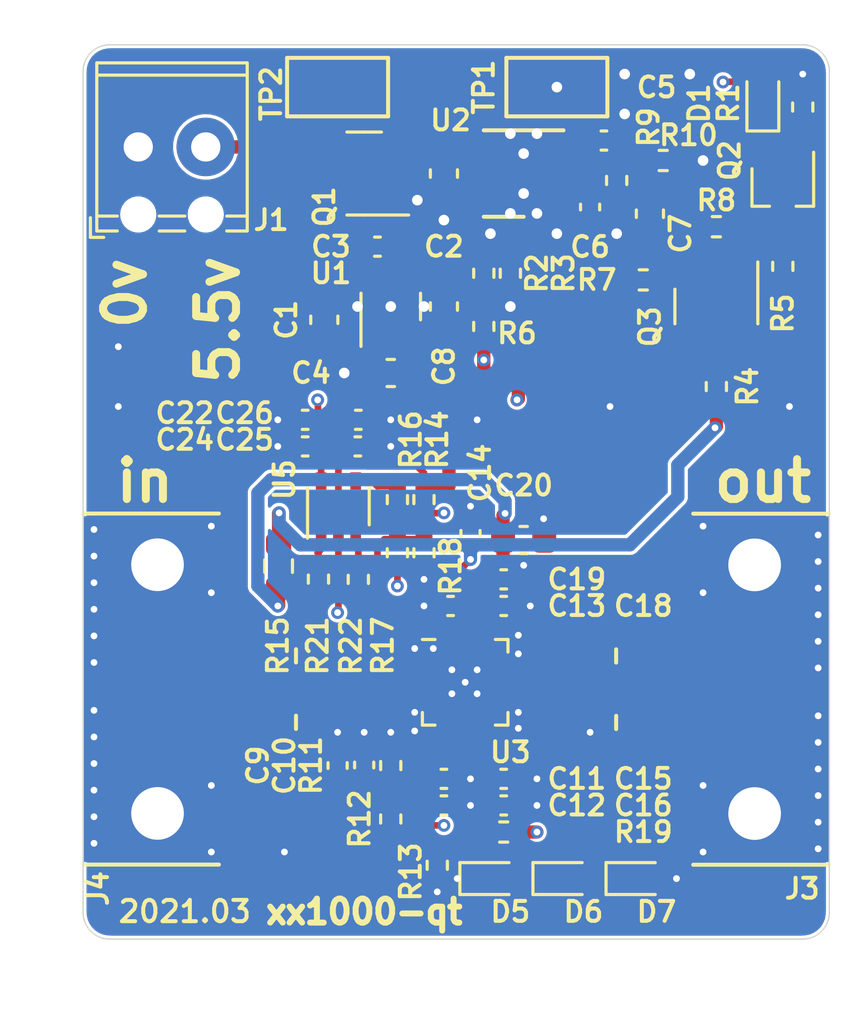
<source format=kicad_pcb>
(kicad_pcb (version 20210228) (generator pcbnew)
  (layers (0 "F.Cu" signal) (1 "In1.Cu" signal) (2 "In2.Cu" signal) (31 "B.Cu" signal) (34 "B.Paste" user) (35 "F.Paste" user) (36 "B.SilkS" user "B.Silkscreen") (37 "F.SilkS" user "F.Silkscreen") (38 "B.Mask" user) (39 "F.Mask" user) (44 "Edge.Cuts" user))
  (net 0 "")
  (net 1 "Net-(C1-Pad1)")
  (net 2 "Net-(C3-Pad2)")
  (net 3 "Net-(C3-Pad1)")
  (net 4 "Net-(C4-Pad1)")
  (net 5 "Net-(C5-Pad1)")
  (net 6 "GND")
  (net 7 "Net-(C8-Pad1)")
  (net 8 "-5V")
  (net 9 "Net-(D1-Pad1)")
  (net 10 "Net-(J1-Pad2)")
  (net 11 "/Vg2")
  (net 12 "Net-(J3-Pad1)")
  (net 13 "Net-(Q2-Pad3)")
  (net 14 "Net-(Q2-Pad1)")
  (net 15 "Net-(Q3-Pad3)")
  (net 16 "/mmic_bias_a1/Vd")
  (net 17 "Net-(Q3-Pad1)")
  (net 18 "Net-(R2-Pad2)")
  (net 19 "Net-(J4-Pad1)")
  (net 20 "Net-(C6-Pad1)")
  (net 21 "Net-(D6-Pad2)")
  (net 22 "Net-(C10-Pad1)")
  (net 23 "/mmic_bias_a1/Vp")
  (net 24 "Net-(R16-Pad2)")
  (net 25 "Net-(R17-Pad2)")
  (net 26 "Net-(R10-Pad2)")
  (net 27 "Net-(R21-Pad2)")
  (net 28 "Net-(R22-Pad2)")
  (net 29 "Net-(D5-Pad2)")
  (net 30 "+5V")
  (footprint "jtk_rf_footprints:sw_edge_oshpark_4layer" (layer "F.Cu") (at 99.435 69.125 90)
    (fp_text reference "J4")
    (fp_text value "Conn_Coaxial")
  )
  (footprint "Resistor_SMD:R_0402_1005Metric" (layer "F.Cu") (at 121.25 49.25 180)
    (fp_text reference "R10")
    (fp_text value "DNI")
  )
  (footprint "Resistor_SMD:R_0402_1005Metric" (layer "F.Cu") (at 120.5 53.74)
    (fp_text reference "R7")
    (fp_text value "0")
  )
  (footprint "Resistor_SMD:R_0402_1005Metric" (layer "F.Cu") (at 115.25 74.5 180)
    (fp_text reference "R19")
    (fp_text value "0")
  )
  (footprint "Resistor_SMD:R_0402_1005Metric" (layer "F.Cu") (at 111 72 90)
    (fp_text reference "R11")
    (fp_text value "640")
  )
  (footprint "Resistor_SMD:R_0402_1005Metric" (layer "F.Cu") (at 112.25 62 -90)
    (fp_text reference "R14")
    (fp_text value "15k")
  )
  (footprint "Resistor_SMD:R_0402_1005Metric" (layer "F.Cu") (at 115.5 53.49 -90)
    (fp_text reference "R3")
    (fp_text value "51k")
  )
  (footprint "Capacitor_SMD:C_0402_1005Metric" (layer "F.Cu") (at 114 63.27 90)
    (fp_text reference "C14")
    (fp_text value "100 nF")
  )
  (footprint "Package_TO_SOT_SMD:SOT-323_SC-70" (layer "F.Cu") (at 125.75 50.24 -90)
    (fp_text reference "Q2")
    (fp_text value "BC848W")
  )
  (footprint "Resistor_SMD:R_0402_1005Metric" (layer "F.Cu") (at 111.25 62 90)
    (fp_text reference "R16")
    (fp_text value "1k")
  )
  (footprint "Resistor_SMD:R_0402_1005Metric" (layer "F.Cu") (at 112.75 75.75 90)
    (fp_text reference "R13")
    (fp_text value "DNI")
  )
  (footprint "Capacitor_SMD:C_0402_1005Metric" (layer "F.Cu") (at 110 71.98 90)
    (fp_text reference "C10")
    (fp_text value "100 pF")
  )
  (footprint "Capacitor_SMD:C_0402_1005Metric" (layer "F.Cu") (at 113.25 66 180)
    (fp_text reference "C13")
    (fp_text value "100 pF")
  )
  (footprint "Capacitor_SMD:C_0402_1005Metric" (layer "F.Cu") (at 110.5 52.49)
    (fp_text reference "C3")
    (fp_text value "1 uF")
  )
  (footprint "Capacitor_SMD:C_0402_1005Metric" (layer "F.Cu") (at 113 72.5)
    (fp_text reference "C11")
    (fp_text value "100 pF")
  )
  (footprint "Capacitor_SMD:C_0402_1005Metric" (layer "F.Cu") (at 109.76 60)
    (fp_text reference "C25")
    (fp_text value "100 pF")
  )
  (footprint "Capacitor_SMD:C_0402_1005Metric" (layer "F.Cu") (at 115.25 65)
    (fp_text reference "C19")
    (fp_text value "100 nF")
  )
  (footprint "Capacitor_SMD:C_0402_1005Metric" (layer "F.Cu") (at 109 72 90)
    (fp_text reference "C9")
    (fp_text value "100 nF")
  )
  (footprint "Capacitor_SMD:C_0603_1608Metric" (layer "F.Cu") (at 113 49.74 -90)
    (fp_text reference "C2")
    (fp_text value "4.7 uF")
  )
  (footprint "Capacitor_SMD:C_0603_1608Metric" (layer "F.Cu") (at 111 57.24 180)
    (fp_text reference "C4")
    (fp_text value "4.7 uF")
  )
  (footprint "jtk_rf_footprints:sw_edge_oshpark_4layer" (layer "F.Cu") (at 127.48 69.13 -90)
    (fp_text reference "J3")
    (fp_text value "Conn_Coaxial")
  )
  (footprint "Capacitor_SMD:C_0402_1005Metric" (layer "F.Cu") (at 115.25 66)
    (fp_text reference "C18")
    (fp_text value "100 pF")
  )
  (footprint "TestPoint:TestPoint_Keystone_5015_Micro-Minature" (layer "F.Cu") (at 109 46.49)
    (fp_text reference "TP2")
    (fp_text value "TestPoint")
  )
  (footprint "Resistor_SMD:R_0402_1005Metric" (layer "F.Cu") (at 119.5 50 -90)
    (fp_text reference "R9")
    (fp_text value "0")
  )
  (footprint "Package_DFN_QFN:QFN-16-1EP_3x3mm_P0.5mm_EP1.45x1.45mm" (layer "F.Cu") (at 113.8 68.87)
    (fp_text reference "U3")
    (fp_text value "XX1000-QT")
  )
  (footprint "Resistor_SMD:R_0402_1005Metric" (layer "F.Cu") (at 126.5 47.24 90)
    (fp_text reference "R1")
    (fp_text value "10k")
  )
  (footprint "Capacitor_SMD:C_0402_1005Metric" (layer "F.Cu") (at 115.25 73.5)
    (fp_text reference "C16")
    (fp_text value "1 nH")
  )
  (footprint "Capacitor_SMD:C_0603_1608Metric" (layer "F.Cu") (at 108.5 55.24 90)
    (fp_text reference "C1")
    (fp_text value "4.7 uF")
  )
  (footprint "Resistor_SMD:R_0603_1608Metric" (layer "F.Cu") (at 106.78 64.5 -90)
    (fp_text reference "R15")
    (fp_text value "0.5")
  )
  (footprint "Capacitor_SMD:C_0603_1608Metric" (layer "F.Cu") (at 120.75 51.25 -90)
    (fp_text reference "C7")
    (fp_text value "4.7 uF")
  )
  (footprint "Package_TO_SOT_SMD:SOT-23" (layer "F.Cu") (at 110 49.74 180)
    (fp_text reference "Q1")
    (fp_text value "IRLML6401")
  )
  (footprint "Resistor_SMD:R_0402_1005Metric" (layer "F.Cu") (at 108.28 64.99 90)
    (fp_text reference "R21")
    (fp_text value "1k")
  )
  (footprint "Capacitor_SMD:C_0402_1005Metric" (layer "F.Cu") (at 118.5 51 -90)
    (fp_text reference "C6")
    (fp_text value "1 nF")
  )
  (footprint "Diode_SMD:D_SOD-523" (layer "F.Cu") (at 114.75 76.25)
    (fp_text reference "D5")
    (fp_text value "BAS516")
  )
  (footprint "Resistor_SMD:R_0402_1005Metric" (layer "F.Cu") (at 112.25 64 -90)
    (fp_text reference "R18")
    (fp_text value "100k")
  )
  (footprint "Resistor_SMD:R_0402_1005Metric" (layer "F.Cu") (at 123.25 51.74 180)
    (fp_text reference "R8")
    (fp_text value "10k")
  )
  (footprint "Capacitor_SMD:C_0402_1005Metric" (layer "F.Cu") (at 119.02 48.5)
    (fp_text reference "C5")
    (fp_text value "1 nF")
  )
  (footprint "Capacitor_SMD:C_0402_1005Metric" (layer "F.Cu") (at 107.78 60 180)
    (fp_text reference "C24")
    (fp_text value "100 pF")
  )
  (footprint "Package_TO_SOT_SMD:SOT-353_SC-70-5" (layer "F.Cu") (at 109.03 62.25 90)
    (fp_text reference "U5")
    (fp_text value "TLV9151IDCKR")
  )
  (footprint "Resistor_SMD:R_0402_1005Metric" (layer "F.Cu") (at 111 74.01 90)
    (fp_text reference "R12")
    (fp_text value "4.7k")
  )
  (footprint "Resistor_SMD:R_0402_1005Metric" (layer "F.Cu") (at 111.25 64 90)
    (fp_text reference "R17")
    (fp_text value "1k")
  )
  (footprint "TestPoint:TestPoint_Keystone_5015_Micro-Minature" (layer "F.Cu") (at 117.25 46.49 180)
    (fp_text reference "TP1")
    (fp_text value "TestPoint")
  )
  (footprint "Capacitor_SMD:C_0402_1005Metric" (layer "F.Cu") (at 109.78 59)
    (fp_text reference "C26")
    (fp_text value "100 nF")
  )
  (footprint "Resistor_SMD:R_0402_1005Metric" (layer "F.Cu") (at 109.78 65 90)
    (fp_text reference "R22")
    (fp_text value "1k")
  )
  (footprint "Capacitor_SMD:C_0402_1005Metric" (layer "F.Cu") (at 113 73.5)
    (fp_text reference "C12")
    (fp_text value "100 nF")
  )
  (footprint "Capacitor_SMD:C_0402_1005Metric" (layer "F.Cu") (at 107.78 59 180)
    (fp_text reference "C22")
    (fp_text value "100 nF")
  )
  (footprint "Capacitor_SMD:C_0603_1608Metric" (layer "F.Cu") (at 116 63.52)
    (fp_text reference "C20")
    (fp_text value "4.7 uF")
  )
  (footprint "Resistor_SMD:R_0402_1005Metric" (layer "F.Cu") (at 114.5 53.49 90)
    (fp_text reference "R2")
    (fp_text value "158k")
  )
  (footprint "Diode_SMD:D_SOD-523" (layer "F.Cu") (at 117.5 76.25)
    (fp_text reference "D6")
    (fp_text value "BAS516")
  )
  (footprint "Capacitor_SMD:C_0402_1005Metric" (layer "F.Cu") (at 115.25 72.5)
    (fp_text reference "C15")
    (fp_text value "100 pF")
  )
  (footprint "Resistor_SMD:R_0402_1005Metric" (layer "F.Cu") (at 114.5 55.49 -90)
    (fp_text reference "R6")
    (fp_text value "0")
  )
  (footprint "Diode_SMD:D_SOD-523" (layer "F.Cu") (at 125 46.99 90)
    (fp_text reference "D1")
    (fp_text value "MM5Z3V3T1G")
  )
  (footprint "Diode_SMD:D_SOD-523" (layer "F.Cu") (at 120.25 76.25)
    (fp_text reference "D7")
    (fp_text value "BAS516")
  )
  (footprint "Capacitor_SMD:C_0603_1608Metric" (layer "F.Cu") (at 113 54.74 90)
    (fp_text reference "C8")
    (fp_text value "4.7 uF")
  )
  (footprint "Resistor_SMD:R_0402_1005Metric" (layer "F.Cu") (at 125.75 53.23 -90)
    (fp_text reference "R5")
    (fp_text value "10k")
  )
  (footprint "Package_TO_SOT_SMD:SOT-23" (layer "F.Cu") (at 123.25 54.74 -90)
    (fp_text reference "Q3")
    (fp_text value "IRLML6401")
  )
  (footprint "TerminalBlock_Phoenix:TerminalBlock_Phoenix_MPT-0,5-2-2.54_1x02_P2.54mm_Horizontal" (layer "F.Cu") (at 101.5 48.74)
    (fp_text reference "J1")
    (fp_text value "Screw_Terminal_01x02")
  )
  (footprint "Package_SON:WSON-8-1EP_2x2mm_P0.5mm_EP0.9x1.6mm" (layer "F.Cu") (at 111 54.74 90)
    (fp_text reference "U1")
    (fp_text value "LM27761")
  )
  (footprint "Resistor_SMD:R_0402_1005Metric" (layer "F.Cu") (at 123.25 57.75 -90)
    (fp_text reference "R4")
    (fp_text value "0")
  )
  (footprint "Package_DFN_QFN:DFN-8-1EP_3x3mm_P0.5mm_EP1.66x2.38mm" (layer "F.Cu") (at 116 49.74 180)
    (fp_text reference "U2")
    (fp_text value "ADM7170ACPZ-5.0-R7")
  )
  (gr_arc (start 100.425 77.525) (end 100.425 78.525) (angle 90) (layer "Edge.Cuts") (width 0.05))
  (gr_arc (start 126.5 45.9) (end 127.5 45.9) (angle -90) (layer "Edge.Cuts") (width 0.05))
  (gr_line (start 126.5 44.9) (end 100.425 44.9) (layer "Edge.Cuts") (width 0.05))
  (gr_line (start 100.425 78.525) (end 126.5 78.525) (layer "Edge.Cuts") (width 0.05))
  (gr_arc (start 100.425 45.9) (end 99.425 45.9) (angle 90) (layer "Edge.Cuts") (width 0.05))
  (gr_line (start 99.425 45.9) (end 99.425 77.525) (layer "Edge.Cuts") (width 0.05))
  (gr_arc (start 126.5 77.525) (end 126.5 78.525) (angle -90) (layer "Edge.Cuts") (width 0.05))
  (gr_line (start 127.5 77.525) (end 127.5 45.9) (layer "Edge.Cuts") (width 0.05))
  (gr_text "in" (at 101.75 61.3) (layer "F.SilkS") (effects (font (size 1.5 1.5) (thickness 0.3))))
  (gr_text "out\n" (at 125 61.3) (layer "F.SilkS") (effects (font (size 1.5 1.5) (thickness 0.3))))
  (gr_text "0v" (at 101 54.24 90) (layer "F.SilkS") (effects (font (size 1.5 1.5) (thickness 0.3))))
  (gr_text "xx1000-qt" (at 110 77.5) (layer "F.SilkS") (effects (font (size 0.9 0.9) (thickness 0.225))))
  (gr_text "5.5v" (at 104.5 55.24 90) (layer "F.SilkS") (effects (font (size 1.5 1.5) (thickness 0.3))))
  (gr_text "2021.03" (at 103.25 77.48975) (layer "F.SilkS") (effects (font (size 0.8 0.8))))
  (segment (start 111.399388 51.545) (end 112.094388 52.24) (width 0.5) (layer "F.Cu") (net 1))
  (segment (start 107.775 56.015) (end 108.5 56.015) (width 0.5) (layer "F.Cu") (net 1))
  (segment (start 108.945 51.545) (end 111.399388 51.545) (width 0.5) (layer "F.Cu") (net 1))
  (segment (start 112.75 52.24) (end 113.5 52.24) (width 0.25) (layer "F.Cu") (net 1))
  (segment (start 114.6 49.99) (end 114 49.99) (width 0.25) (layer "F.Cu") (net 1))
  (segment (start 113.99799 50.48799) (end 113.99799 49.98799) (width 0.25) (layer "F.Cu") (net 1))
  (segment (start 110.25 55.69) (end 110.25 55.99) (width 0.25) (layer "F.Cu") (net 1))
  (segment (start 109.25 56.24) (end 108.725 56.24) (width 0.5) (layer "F.Cu") (net 1))
  (segment (start 111.377009 52.957379) (end 112.094388 52.24) (width 0.25) (layer "F.Cu") (net 1))
  (segment (start 112.25 48.99) (end 112.275 48.965) (width 0.5) (layer "F.Cu") (net 1))
  (segment (start 107.5 51.74) (end 107 52.24) (width 0.5) (layer "F.Cu") (net 1))
  (segment (start 114 48.99) (end 113.99 48.99) (width 0.5) (layer "F.Cu") (net 1))
  (segment (start 108.725 56.24) (end 108.5 56.015) (width 0.5) (layer "F.Cu") (net 1))
  (segment (start 108.945 51.545) (end 108.75 51.74) (width 0.5) (layer "F.Cu") (net 1))
  (segment (start 107 52.24) (end 107 54.74) (width 0.5) (layer "F.Cu") (net 1))
  (segment (start 113.5 52.24) (end 114 51.74) (width 0.25) (layer "F.Cu") (net 1))
  (segment (start 111.25 53.79) (end 111.25 53.273172) (width 0.25) (layer "F.Cu") (net 1))
  (segment (start 111.377009 53.146163) (end 111.377009 52.957379) (width 0.25) (layer "F.Cu") (net 1))
  (segment (start 111 48.79) (end 111.05 48.74) (width 0.5) (layer "F.Cu") (net 1))
  (segment (start 113.99799 51.73799) (end 113.99799 50.48799) (width 0.25) (layer "F.Cu") (net 1))
  (segment (start 107.75 55.99) (end 107.775 56.015) (width 0.5) (layer "F.Cu") (net 1))
  (segment (start 113.99 48.99) (end 113.025 48.99) (width 0.5) (layer "F.Cu") (net 1))
  (segment (start 107 55.24) (end 107.75 55.99) (width 0.5) (layer "F.Cu") (net 1))
  (segment (start 113.372966 52.267011) (end 113.872989 51.766988) (width 0.5) (layer "F.Cu") (net 1))
  (segment (start 111.05 48.74) (end 111.75 48.74) (width 0.5) (layer "F.Cu") (net 1))
  (segment (start 112.094388 52.24) (end 112.75 52.24) (width 0.25) (layer "F.Cu") (net 1))
  (segment (start 114 49.99) (end 113.99799 49.98799) (width 0.25) (layer "F.Cu") (net 1))
  (segment (start 112.275 48.965) (end 113 48.965) (width 0.5) (layer "F.Cu") (net 1))
  (segment (start 110.25 55.99) (end 110 56.24) (width 0.25) (layer "F.Cu") (net 1))
  (segment (start 114 50.49) (end 113.99799 50.48799) (width 0.25) (layer "F.Cu") (net 1))
  (segment (start 113.99799 48.99201) (end 114 48.99) (width 0.25) (layer "F.Cu") (net 1))
  (segment (start 112.121399 52.267011) (end 113.372966 52.267011) (width 0.5) (layer "F.Cu") (net 1))
  (segment (start 113.872989 49.107011) (end 113.99 48.99) (width 0.5) (layer "F.Cu") (net 1))
  (segment (start 111.25 53.273172) (end 111.377009 53.146163) (width 0.25) (layer "F.Cu") (net 1))
  (segment (start 112.094388 52.24) (end 112.121399 52.267011) (width 0.5) (layer "F.Cu") (net 1))
  (segment (start 113.025 48.99) (end 113 48.965) (width 0.5) (layer "F.Cu") (net 1))
  (segment (start 108.75 51.74) (end 107.5 51.74) (width 0.5) (layer "F.Cu") (net 1))
  (segment (start 114.6 50.49) (end 114 50.49) (width 0.25) (layer "F.Cu") (net 1))
  (segment (start 111 48.79) (end 110.95 48.74) (width 0.5) (layer "F.Cu") (net 1))
  (segment (start 112 48.74) (end 112.25 48.99) (width 0.5) (layer "F.Cu") (net 1))
  (segment (start 113.99799 49.98799) (end 113.99799 48.99201) (width 0.25) (layer "F.Cu") (net 1))
  (segment (start 111.75 48.74) (end 112 48.74) (width 0.5) (layer "F.Cu") (net 1))
  (segment (start 110 56.24) (end 109.25 56.24) (width 0.5) (layer "F.Cu") (net 1))
  (segment (start 107 54.74) (end 107 55.24) (width 0.5) (layer "F.Cu") (net 1))
  (segment (start 114.6 48.99) (end 114 48.99) (width 0.25) (layer "F.Cu") (net 1))
  (segment (start 114 51.74) (end 113.99799 51.73799) (width 0.25) (layer "F.Cu") (net 1))
  (segment (start 113.872989 51.766988) (end 113.872989 49.107011) (width 0.5) (layer "F.Cu") (net 1))
  (segment (start 110.75 53.24) (end 111 52.99) (width 0.25) (layer "F.Cu") (net 2))
  (segment (start 111 52.51) (end 110.98 52.49) (width 0.25) (layer "F.Cu") (net 2))
  (segment (start 111 52.99) (end 111 52.51) (width 0.25) (layer "F.Cu") (net 2))
  (segment (start 110.75 53.79) (end 110.75 53.24) (width 0.25) (layer "F.Cu") (net 2))
  (segment (start 110 52.99) (end 110 52.51) (width 0.25) (layer "F.Cu") (net 3))
  (segment (start 110.25 53.79) (end 110.25 53.24) (width 0.25) (layer "F.Cu") (net 3))
  (segment (start 110.25 53.24) (end 110 52.99) (width 0.25) (layer "F.Cu") (net 3))
  (segment (start 110 52.51) (end 110.02 52.49) (width 0.25) (layer "F.Cu") (net 3))
  (segment (start 111.25 56.24) (end 111.25 55.69) (width 0.25) (layer "F.Cu") (net 4))
  (segment (start 111.775 56.765) (end 111.25 56.24) (width 0.25) (layer "F.Cu") (net 4))
  (segment (start 111.775 57.24) (end 111.775 56.765) (width 0.25) (layer "F.Cu") (net 4))
  (segment (start 117.4 48.99) (end 118 48.99) (width 0.25) (layer "F.Cu") (net 5))
  (segment (start 118.25 48.74) (end 118.52 48.74) (width 0.25) (layer "F.Cu") (net 5))
  (segment (start 118 48.99) (end 118.25 48.74) (width 0.25) (layer "F.Cu") (net 5))
  (segment (start 112.3625 68.62) (end 113.55 68.62) (width 0.25) (layer "F.Cu") (net 6))
  (segment (start 109 71.52) (end 109 70.75) (width 0.5) (layer "F.Cu") (net 6))
  (segment (start 113.48 73.5) (end 114 73.5) (width 0.5) (layer "F.Cu") (net 6))
  (segment (start 115.2375 68.12) (end 115.1075 68.25) (width 0.25) (layer "F.Cu") (net 6))
  (segment (start 107.3 59) (end 106.75 59) (width 0.25) (layer "F.Cu") (net 6))
  (segment (start 115.5 54) (end 115.5 54.74) (width 0.5) (layer "F.Cu") (net 6))
  (segment (start 126.5 46.73) (end 126.5 46) (width 0.25) (layer "F.Cu") (net 6))
  (segment (start 112.3625 68.12) (end 113.05 68.12) (width 0.25) (layer "F.Cu") (net 6))
  (segment (start 112.25 64.51) (end 112.25 65) (width 0.25) (layer "F.Cu") (net 6))
  (segment (start 116.775 62.745) (end 116.75 62.72) (width 0.5) (layer "F.Cu") (net 6))
  (segment (start 113.55 68.62) (end 113.8 68.87) (width 0.25) (layer "F.Cu") (net 6))
  (segment (start 113 50.515) (end 113 51.24) (width 0.5) (layer "F.Cu") (net 6))
  (segment (start 112.8 69.62) (end 112.96 69.46) (width 0.25) (layer "F.Cu") (net 6))
  (segment (start 115.1075 68.25) (end 114.42 68.25) (width 0.25) (layer "F.Cu") (net 6))
  (segment (start 110.225 57.24) (end 109.25 57.24) (width 0.25) (layer "F.Cu") (net 6))
  (segment (start 114.37 68.62) (end 114.25 68.5) (width 0.25) (layer "F.Cu") (net 6))
  (segment (start 115.73 73.5) (end 116.5 73.5) (width 0.5) (layer "F.Cu") (net 6))
  (segment (start 115.73 72.5) (end 116.5 72.5) (width 0.5) (layer "F.Cu") (net 6))
  (segment (start 110.75 55.69) (end 110.75 54.99) (width 0.25) (layer "F.Cu") (net 6))
  (segment (start 110.225 57.24) (end 110.225 56.765) (width 0.25) (layer "F.Cu") (net 6))
  (segment (start 115.2375 68.62) (end 114.37 68.62) (width 0.25) (layer "F.Cu") (net 6))
  (segment (start 115.73 64.74) (end 116 64.47) (width 0.5) (layer "F.Cu") (net 6))
  (segment (start 111 50.69) (end 111.95 50.69) (width 0.5) (layer "F.Cu") (net 6))
  (segment (start 114.05 76.25) (end 113.5 76.25) (width 0.5) (layer "F.Cu") (net 6))
  (segment (start 116.775 63.52) (end 116.775 62.745) (width 0.5) (layer "F.Cu") (net 6))
  (segment (start 114 62.79) (end 114 62.25) (width 0.5) (layer "F.Cu") (net 6))
  (segment (start 115.2375 69.62) (end 114.62 69.62) (width 0.25) (layer "F.Cu") (net 6))
  (segment (start 114.62 69.62) (end 114.55 69.69) (width 0.25) (layer "F.Cu") (net 6))
  (segment (start 110.225 56.765) (end 110.75 56.24) (width 0.25) (layer "F.Cu") (net 6))
  (segment (start 113.21 69.46) (end 113.8 68.87) (width 0.25) (layer "F.Cu") (net 6))
  (segment (start 114.62 69.62) (end 114.25 69.25) (width 0.25) (layer "F.Cu") (net 6))
  (segment (start 111.95 50.69) (end 112 50.74) (width 0.5) (layer "F.Cu") (net 6))
  (segment (start 112.75 76.26) (end 112.75 76.75) (width 0.5) (layer "F.Cu") (net 6))
  (segment (start 112.3625 69.62) (end 112.8 69.62) (width 0.25) (layer "F.Cu") (net 6))
  (segment (start 110.75 56.24) (end 110.75 55.69) (width 0.25) (layer "F.Cu") (net 6))
  (segment (start 111 71.49) (end 111 70.75) (width 0.5) (layer "F.Cu") (net 6))
  (segment (start 115.73 66) (end 116.25 66) (width 0.5) (layer "F.Cu") (net 6))
  (segment (start 107.3 60) (end 106.75 60) (width 0.25) (layer "F.Cu") (net 6))
  (segment (start 114.05 69.05) (end 114.25 69.25) (width 0.25) (layer "F.Cu") (net 6))
  (segment (start 112.77 66) (end 112.25 66) (width 0.5) (layer "F.Cu") (net 6))
  (segment (start 114.42 68.25) (end 113.8 68.87) (width 0.25) (layer "F.Cu") (net 6))
  (segment (start 108.5 54.465) (end 109.475 54.465) (width 0.39) (layer "F.Cu") (net 6))
  (segment (start 114.6 49.49) (end 115.75 49.49) (width 0.25) (layer "F.Cu") (net 6))
  (segment (start 112.96 69.46) (end 113.21 69.46) (width 0.25) (layer "F.Cu") (net 6))
  (segment (start 110.75 54.99) (end 111 54.74) (width 0.25) (layer "F.Cu") (net 6))
  (segment (start 112.25 54.74) (end 112.25 54.715) (width 0.5) (layer "F.Cu") (net 6))
  (segment (start 110.24 60) (end 111 60) (width 0.25) (layer "F.Cu") (net 6))
  (segment (start 111 54.74) (end 112.25 54.74) (width 0.5) (layer "F.Cu") (net 6))
  (segment (start 114.55 69.69) (end 114.55 70.3075) (width 0.25) (layer "F.Cu") (net 6))
  (segment (start 110 71.5) (end 110 70.75) (width 0.5) (layer "F.Cu") (net 6))
  (segment (start 113.05 68.12) (end 113.8 68.87) (width 0.25) (layer "F.Cu") (net 6))
  (segment (start 113.05 67.4325) (end 113.05 68.12) (width 0.25) (layer "F.Cu") (net 6))
  (segment (start 113.48 72.5) (end 114 72.5) (width 0.5) (layer "F.Cu") (net 6))
  (segment (start 110.26 59) (end 111 59) (width 0.25) (layer "F.Cu") (net 6))
  (segment (start 120.95 76.25) (end 121.75 76.25) (width 0.5) (layer "F.Cu") (net 6))
  (segment (start 112.25 54.715) (end 113 53.965) (width 0.5) (layer "F.Cu") (net 6))
  (segment (start 114.05 67.4325) (end 114.05 69.05) (width 0.25) (layer "F.Cu") (net 6))
  (segment (start 109.475 54.465) (end 109.75 54.74) (width 0.39) (layer "F.Cu") (net 6))
  (segment (start 115.75 49.49) (end 116 49.74) (width 0.25) (layer "F.Cu") (net 6))
  (segment (start 115.73 65) (end 115.73 64.74) (width 0.5) (layer "F.Cu") (net 6))
  (via (at 115.8 70) (size 0.48) (drill 0.254) (layers "F.Cu" "B.Cu") (net 6))
  (via (at 112.25 66) (size 0.48) (drill 0.254) (layers "F.Cu" "B.Cu") (net 6))
  (via (at 118.5 70.75) (size 0.48) (drill 0.254) (layers "F.Cu" "B.Cu") (net 6))
  (via (at 116 64.47) (size 0.48) (drill 0.254) (layers "F.Cu" "B.Cu") (net 6))
  (via (at 116.25 66) (size 0.48) (drill 0.254) (layers "F.Cu" "B.Cu") (net 6))
  (via (at 111 54.74) (size 0.8) (drill 0.4) (layers "F.Cu" "B.Cu") (net 6))
  (via (at 122.75 72.75) (size 0.48) (drill 0.254) (layers "F.Cu" "B.Cu") (net 6))
  (via (at 115.5 51.24) (size 0.8) (drill 0.4) (layers "F.Cu" "B.Cu") (net 6))
  (via (at 126.5 46) (size 0.48) (drill 0.254) (layers "F.Cu" "B.Cu") (net 6))
  (via (at 114.25 68.4) (size 0.48) (drill 0.254) (layers "F.Cu" "B.Cu") (net 6))
  (via (at 117.25 46.49) (size 0.8) (drill 0.4) (layers "F.Cu" "B.Cu") (net 6))
  (via (at 122.25 46) (size 0.8) (drill 0.4) (layers "F.Cu" "B.Cu") (net 6))
  (via (at 109 70.75) (size 0.48) (drill 0.254) (layers "F.Cu" "B.Cu") (net 6))
  (via (at 113.3 69.3) (size 0.48) (drill 0.254) (layers "F.Cu" "B.Cu") (net 6))
  (via (at 110 70.75) (size 0.48) (drill 0.254) (layers "F.Cu" "B.Cu") (net 6))
  (via (at 116.5 51.24) (size 0.8) (drill 0.4) (layers "F.Cu" "B.Cu") (net 6))
  (via (at 100.75 58.5) (size 0.48) (drill 0.254) (layers "F.Cu" "B.Cu") (net 6))
  (via (at 114.25 69.3) (size 0.48) (drill 0.254) (layers "F.Cu" "B.Cu") (net 6))
  (via (at 119.25 58.5) (size 0.48) (drill 0.254) (layers "F.Cu" "B.Cu") (net 6))
  (via (at 115.5 54.74) (size 0.8) (drill 0.4) (layers "F.Cu" "B.Cu") (net 6))
  (via (at 100.75 56.25) (size 0.48) (drill 0.254) (layers "F.Cu" "B.Cu") (net 6))
  (via (at 115.8 70.6) (size 0.48) (drill 0.254) (layers "F.Cu" "B.Cu") (net 6))
  (via (at 111 59) (size 0.48) (drill 0.254) (layers "F.Cu" "B.Cu") (net 6))
  (via (at 104.25 72.75) (size 0.48) (drill 0.254) (layers "F.Cu" "B.Cu") (net 6))
  (via (at 115.5 48.24) (size 0.8) (drill 0.4) (layers "F.Cu" "B.Cu") (net 6))
  (via (at 116.5 72.5) (size 0.48) (drill 0.254) (layers "F.Cu" "B.Cu") (net 6))
  (via (at 106.75 59) (size 0.48) (drill 0.254) (layers "F.Cu" "B.Cu") (net 6))
  (via (at 116.5 48.24) (size 0.8) (drill 0.4) (layers "F.Cu" "B.Cu") (net 6))
  (via (at 113.5 76.25) (size 0.48) (drill 0.254) (layers "F.Cu" "B.Cu") (net 6))
  (via (at 104.25 75.25) (size 0.48) (drill 0.254) (layers "F.Cu" "B.Cu") (net 6))
  (via (at 115.8 67.1) (size 0.48) (drill 0.254) (layers "F.Cu" "B.Cu") (net 6))
  (via (at 111.9 70) (size 0.48) (drill 0.254) (layers "F.Cu" "B.Cu") (net 6))
  (via (at 119.8 47.5) (size 0.8) (drill 0.4) (layers "F.Cu" "B.Cu") (net 6))
  (via (at 111.9 70.7) (size 0.48) (drill 0.254) (layers "F.Cu" "B.Cu") (net 6))
  (via (at 112 50.74) (size 0.8) (drill 0.4) (layers "F.Cu" "B.Cu") (net 6))
  (via (at 104.25 63) (size 0.48) (drill 0.254) (layers "F.Cu" "B.Cu") (net 6))
  (via (at 109.25 57.24) (size 0.8) (drill 0.4) (layers "F.Cu" "B.Cu") (net 6))
  (via (at 116 50.49) (size 0.8) (drill 0.4) (layers "F.Cu" "B.Cu") (net 6))
  (via (at 107 75.25) (size 0.48) (drill 0.254) (layers "F.Cu" "B.Cu") (net 6))
  (via (at 114 62.25) (size 0.48) (drill 0.254) (layers "F.Cu" "B.Cu") (net 6))
  (via (at 111 60) (size 0.48) (drill 0.254) (layers "F.Cu" "B.Cu") (net 6))
  (via (at 111.9 67.6) (size 0.48) (drill 0.254) (layers "F.Cu" "B.Cu") (net 6))
  (via (at 114.75 52) (size 0.8) (drill 0.4) (layers "F.Cu" "B.Cu") (net 6))
  (via (at 112.6 67.6) (size 0.48) (drill 0.254) (layers "F.Cu" "B.Cu") (net 6))
  (via (at 114 72.5) (size 0.48) (drill 0.254) (layers "F.Cu" "B.Cu") (net 6))
  (via (at 116.5 73.5) (size 0.48) (drill 0.254) (layers "F.Cu" "B.Cu") (net 6))
  (via (at 116.75 62.72) (size 0.48) (drill 0.254) (layers "F.Cu" "B.Cu") (net 6))
  (via (at 106.75 60) (size 0.48) (drill 0.254) (layers "F.Cu" "B.Cu") (net 6))
  (via (at 121.75 76.25) (size 0.48) (drill 0.254) (layers "F.Cu" "B.Cu") (net 6))
  (via (at 109.75 54.74) (size 0.8) (drill 0.4) (layers "F.Cu" "B.Cu") (net 6))
  (via (at 111 70.75) (size 0.48) (drill 0.254) (layers "F.Cu" "B.Cu") (net 6))
  (via (at 119.5 52) (size 0.8) (drill 0.4) (layers "F.Cu" "B.Cu") (net 6))
  (via (at 113.3 68.4) (size 0.48) (drill 0.254) (layers "F.Cu" "B.Cu") (net 6))
  (via (at 122.75 49.25) (size 0.8) (drill 0.4) (layers "F.Cu" "B.Cu") (net 6))
  (via (at 116 48.99) (size 0.8) (drill 0.4) (layers "F.Cu" "B.Cu") (net 6))
  (via (at 114.25 59) (size 0.48) (drill 0.254) (layers "F.Cu" "B.Cu") (net 6))
  (via (at 113.8 68.87) (size 0.48) (drill 0.254) (layers "F.Cu" "B.Cu") (net 6))
  (via (at 115.8 67.8) (size 0.48) (drill 0.254) (layers "F.Cu" "B.Cu") (net 6))
  (via (at 104.25 65.5) (size 0.48) (drill 0.254) (layers "F.Cu" "B.Cu") (net 6))
  (via (at 112.25 54.74) (size 0.8) (drill 0.4) (layers "F.Cu" "B.Cu") (net 6))
  (via (at 114 73.5) (size 0.48) (drill 0.254) (layers "F.Cu" "B.Cu") (net 6))
  (via (at 117.25 52) (size 0.8) (drill 0.4) (layers "F.Cu" "B.Cu") (net 6))
  (via (at 113 51.49) (size 0.8) (drill 0.4) (layers "F.Cu" "B.Cu") (net 6))
  (via (at 122.75 65.5) (size 0.48) (drill 0.254) (layers "F.Cu" "B.Cu") (net 6))
  (via (at 112.25 65) (size 0.48) (drill 0.254) (layers "F.Cu" "B.Cu") (net 6))
  (via (at 122.75 75.25) (size 0.48) (drill 0.254) (layers "F.Cu" "B.Cu") (net 6))
  (via (at 122.75 63) (size 0.48) (drill 0.254) (layers "F.Cu" "B.Cu") (net 6))
  (via (at 126 58.5) (size 0.48) (drill 0.254) (layers "F.Cu" "B.Cu") (net 6))
  (via (at 112.75 76.75) (size 0.48) (drill 0.254) (layers "F.Cu" "B.Cu") (net 6))
  (via (at 119.8 46) (size 0.8) (drill 0.4) (layers "F.Cu" "B.Cu") (net 6))
  (segment (start 112 56.24) (end 112.75 56.24) (width 0.5) (layer "F.Cu") (net 7))
  (segment (start 111.75 55.69) (end 111.75 55.99) (width 0.25) (layer "F.Cu") (net 7))
  (segment (start 114.01 54.98) (end 114.5 54.98) (width 0.5) (layer "F.Cu") (net 7))
  (segment (start 113.75 55.24) (end 114.01 54.98) (width 0.5) (layer "F.Cu") (net 7))
  (segment (start 114.5 54.98) (end 114.5 54) (width 0.5) (layer "F.Cu") (net 7))
  (segment (start 111.75 55.99) (end 112 56.24) (width 0.25) (layer "F.Cu") (net 7))
  (segment (start 113 55.515) (end 113.475 55.515) (width 0.5) (layer "F.Cu") (net 7))
  (segment (start 112.75 56.24) (end 113 55.99) (width 0.5) (layer "F.Cu") (net 7))
  (segment (start 113 55.99) (end 113 55.515) (width 0.5) (layer "F.Cu") (net 7))
  (segment (start 113.475 55.515) (end 113.75 55.24) (width 0.5) (layer "F.Cu") (net 7))
  (segment (start 109.28 59.02) (end 109.3 59) (width 0.25) (layer "F.Cu") (net 8))
  (segment (start 111 74.52) (end 112.23 74.52) (width 0.25) (layer "F.Cu") (net 8))
  (segment (start 113.55 70.3075) (end 113.55 70.95) (width 0.25) (layer "F.Cu") (net 8))
  (segment (start 112.25 61) (end 112 60.75) (width 0.25) (layer "F.Cu") (net 8))
  (segment (start 114.5 56) (end 114.5 56.75) (width 0.5) (layer "F.Cu") (net 8))
  (segment (start 112.54 74.25) (end 113 74.25) (width 0.25) (layer "F.Cu") (net 8))
  (segment (start 109.03 60.72) (end 109.28 60.47) (width 0.25) (layer "F.Cu") (net 8))
  (segment (start 113.19 61.49) (end 112.25 61.49) (width 0.5) (layer "F.Cu") (net 8))
  (segment (start 110.125598 60.75) (end 109.845598 60.47) (width 0.25) (layer "F.Cu") (net 8))
  (segment (start 112.52 72.02) (end 112.52 72.5) (width 0.25) (layer "F.Cu") (net 8))
  (segment (start 112.52 74.23) (end 112.54 74.25) (width 0.25) (layer "F.Cu") (net 8))
  (segment (start 113.19 61.49) (end 113.19 59.01) (width 0.5) (layer "F.Cu") (net 8))
  (segment (start 109.03 66.22) (end 109 66.25) (width 0.25) (layer "F.Cu") (net 8))
  (segment (start 112.52 72.5) (end 112.52 73.5) (width 0.25) (layer "F.Cu") (net 8))
  (segment (start 112.25 61.49) (end 112.25 61) (width 0.25) (layer "F.Cu") (net 8))
  (segment (start 112.52 74.23) (end 112.52 73.5) (width 0.25) (layer "F.Cu") (net 8))
  (segment (start 109.03 63.2) (end 109.03 60.72) (width 0.25) (layer "F.Cu") (net 8))
  (segment (start 109.845598 60.47) (end 109.28 60.47) (width 0.25) (layer "F.Cu") (net 8))
  (segment (start 113.19 59.01) (end 114.5 57.7) (width 0.5) (layer "F.Cu") (net 8))
  (segment (start 125 46.29) (end 123.51 46.29) (width 0.25) (layer "F.Cu") (net 8))
  (segment (start 113.55 70.95) (end 112.5 72) (width 0.25) (layer "F.Cu") (net 8))
  (segment (start 123.51 46.29) (end 123.5 46.3) (width 0.25) (layer "F.Cu") (net 8))
  (segment (start 112.5 72) (end 112.52 72.02) (width 0.25) (layer "F.Cu") (net 8))
  (segment (start 112 60.75) (end 110.125598 60.75) (width 0.25) (layer "F.Cu") (net 8))
  (segment (start 109.03 63.2) (end 109.03 66.22) (width 0.25) (layer "F.Cu") (net 8))
  (segment (start 109.28 60) (end 109.28 59.02) (width 0.25) (layer "F.Cu") (net 8))
  (segment (start 109.28 60.47) (end 109.28 60) (width 0.25) (layer "F.Cu") (net 8))
  (segment (start 112.23 74.52) (end 112.52 74.23) (width 0.25) (layer "F.Cu") (net 8))
  (segment (start 114.5 57.7) (end 114.5 56.75) (width 0.5) (layer "F.Cu") (net 8))
  (via (at 114.5 56.75) (size 0.48) (drill 0.254) (layers "F.Cu" "B.Cu") (net 8))
  (via (at 113 74.25) (size 0.48) (drill 0.254) (layers "F.Cu" "B.Cu") (net 8))
  (via (at 123.5 46.3) (size 0.48) (drill 0.254) (layers "F.Cu" "B.Cu") (net 8))
  (via (at 109 66.25) (size 0.48) (drill 0.254) (layers "F.Cu" "B.Cu") (net 8))
  (segment (start 125.1 49.24) (end 125.1 47.79) (width 0.25) (layer "F.Cu") (net 9))
  (segment (start 125.1 47.79) (end 125 47.69) (width 0.25) (layer "F.Cu") (net 9))
  (segment (start 109 49.74) (end 106.5 49.74) (width 0.5) (layer "F.Cu") (net 10))
  (segment (start 109 46.49) (end 109 49.74) (width 0.5) (layer "F.Cu") (net 10))
  (segment (start 104.04 48.74) (end 105.5 48.74) (width 0.5) (layer "F.Cu") (net 10))
  (segment (start 106.5 49.74) (end 106 49.24) (width 0.5) (layer "F.Cu") (net 10))
  (segment (start 105.5 48.74) (end 106 49.24) (width 0.5) (layer "F.Cu") (net 10))
  (segment (start 112.75 75.24) (end 113.26 75.24) (width 0.25) (layer "F.Cu") (net 11))
  (segment (start 114.74 73.53) (end 114.77 73.5) (width 0.25) (layer "F.Cu") (net 11))
  (segment (start 114.77 71.77) (end 114.77 72.5) (width 0.25) (layer "F.Cu") (net 11))
  (segment (start 114.77 73.5) (end 114.77 72.5) (width 0.25) (layer "F.Cu") (net 11))
  (segment (start 114 74.5) (end 114.74 74.5) (width 0.25) (layer "F.Cu") (net 11))
  (segment (start 114.05 70.3075) (end 114.05 71.05) (width 0.25) (layer "F.Cu") (net 11))
  (segment (start 113.26 75.24) (end 114 74.5) (width 0.25) (layer "F.Cu") (net 11))
  (segment (start 114.05 71.05) (end 114.77 71.77) (width 0.25) (layer "F.Cu") (net 11))
  (segment (start 114.74 74.5) (end 114.74 73.53) (width 0.25) (layer "F.Cu") (net 11))
  (segment (start 115.2375 69.12) (end 115.87 69.12) (width 0.25) (layer "F.Cu") (net 12))
  (segment (start 115.87 69.12) (end 115.88 69.13) (width 0.25) (layer "F.Cu") (net 12))
  (segment (start 124.44 69.13) (end 115.88 69.13) (width 0.39) (layer "F.Cu") (net 12))
  (segment (start 125.75 52.72) (end 125.75 51.24) (width 0.25) (layer "F.Cu") (net 13))
  (segment (start 126.5 48.5) (end 126.4 48.6) (width 0.25) (layer "F.Cu") (net 14))
  (segment (start 126.5 47.75) (end 126.5 48.5) (width 0.25) (layer "F.Cu") (net 14))
  (segment (start 126.4 48.6) (end 126.4 49.24) (width 0.25) (layer "F.Cu") (net 14))
  (segment (start 123.25 55.6775) (end 123.25 57.24) (width 0.5) (layer "F.Cu") (net 15))
  (segment (start 115.225 64.245) (end 115.225 63.52) (width 0.5) (layer "F.Cu") (net 16))
  (segment (start 114.77 65) (end 114.77 64.7) (width 0.5) (layer "F.Cu") (net 16))
  (segment (start 106.78 65.97) (end 106.75 66) (width 0.5) (layer "F.Cu") (net 16))
  (segment (start 106.78 65.325) (end 107.325 65.325) (width 0.25) (layer "F.Cu") (net 16))
  (segment (start 115.225 62.595) (end 115.3 62.52) (width 0.5) (layer "F.Cu") (net 16))
  (segment (start 114.55 66.95) (end 114.77 66.73) (width 0.25) (layer "F.Cu") (net 16))
  (segment (start 114.77 64.7) (end 115.225 64.245) (width 0.5) (layer "F.Cu") (net 16))
  (segment (start 114.77 66.73) (end 114.77 66) (width 0.25) (layer "F.Cu") (net 16))
  (segment (start 114.77 66) (end 114.77 65) (width 0.5) (layer "F.Cu") (net 16))
  (segment (start 107.5 65.5) (end 108.28 65.5) (width 0.25) (layer "F.Cu") (net 16))
  (segment (start 107.325 65.325) (end 107.5 65.5) (width 0.25) (layer "F.Cu") (net 16))
  (segment (start 106.78 65.325) (end 106.78 65.97) (width 0.5) (layer "F.Cu") (net 16))
  (segment (start 115.225 63.52) (end 115.225 62.595) (width 0.5) (layer "F.Cu") (net 16))
  (segment (start 114.55 67.4325) (end 114.55 66.95) (width 0.25) (layer "F.Cu") (net 16))
  (via (at 106.75 66) (size 0.48) (drill 0.254) (layers "F.Cu" "B.Cu") (net 16))
  (via (at 115.3 62.52) (size 0.48) (drill 0.254) (layers "F.Cu" "B.Cu") (net 16))
  (segment (start 106 65.25) (end 106 61.75) (width 0.5) (layer "B.Cu") (net 16))
  (segment (start 106.75 66) (end 106 65.25) (width 0.5) (layer "B.Cu") (net 16))
  (segment (start 106.5 61.25) (end 114.5 61.25) (width 0.5) (layer "B.Cu") (net 16))
  (segment (start 115.3 62.05) (end 115.3 62.52) (width 0.5) (layer "B.Cu") (net 16))
  (segment (start 106 61.75) (end 106.5 61.25) (width 0.5) (layer "B.Cu") (net 16))
  (segment (start 114.5 61.25) (end 115.3 62.05) (width 0.5) (layer "B.Cu") (net 16))
  (segment (start 124.2 52.7) (end 124.2 53.8025) (width 0.25) (layer "F.Cu") (net 17))
  (segment (start 123.76 51.74) (end 123.76 52.26) (width 0.25) (layer "F.Cu") (net 17))
  (segment (start 125.6875 53.8025) (end 125.75 53.74) (width 0.25) (layer "F.Cu") (net 17))
  (segment (start 124.2 53.8025) (end 125.6875 53.8025) (width 0.25) (layer "F.Cu") (net 17))
  (segment (start 123.76 52.26) (end 124.2 52.7) (width 0.25) (layer "F.Cu") (net 17))
  (segment (start 114.5 52.98) (end 115.5 52.98) (width 0.25) (layer "F.Cu") (net 18))
  (segment (start 111.75 53.79) (end 111.75 53.24) (width 0.25) (layer "F.Cu") (net 18))
  (segment (start 112 52.99) (end 112.01 52.98) (width 0.25) (layer "F.Cu") (net 18))
  (segment (start 111.75 53.24) (end 112 52.99) (width 0.25) (layer "F.Cu") (net 18))
  (segment (start 112.01 52.98) (end 114.5 52.98) (width 0.25) (layer "F.Cu") (net 18))
  (segment (start 102.49 69.125) (end 111.925 69.125) (width 0.39) (layer "F.Cu") (net 19))
  (segment (start 111.93 69.12) (end 111.925 69.125) (width 0.25) (layer "F.Cu") (net 19))
  (segment (start 112.3625 69.12) (end 111.93 69.12) (width 0.25) (layer "F.Cu") (net 19))
  (segment (start 117.4 49.99) (end 117.74 49.99) (width 0.25) (layer "F.Cu") (net 20))
  (segment (start 117.4 50.49) (end 118.47 50.49) (width 0.25) (layer "F.Cu") (net 20))
  (segment (start 117.74 49.99) (end 118 50.25) (width 0.25) (layer "F.Cu") (net 20))
  (segment (start 118.01 50.51) (end 118.75 50.51) (width 0.25) (layer "F.Cu") (net 20))
  (segment (start 118 50.25) (end 118 50.5) (width 0.25) (layer "F.Cu") (net 20))
  (segment (start 119.99 53.26) (end 119.99 53.74) (width 0.5) (layer "F.Cu") (net 20))
  (segment (start 121.475 50.475) (end 121.75 50.75) (width 0.5) (layer "F.Cu") (net 20))
  (segment (start 119.975 53.725) (end 119.99 53.74) (width 0.5) (layer "F.Cu") (net 20))
  (segment (start 120.75 50.475) (end 121.475 50.475) (width 0.5) (layer "F.Cu") (net 20))
  (segment (start 121.25 53) (end 120.25 53) (width 0.5) (layer "F.Cu") (net 20))
  (segment (start 119.49 50.52) (end 119.5 50.51) (width 0.5) (layer "F.Cu") (net 20))
  (segment (start 120.25 53) (end 119.99 53.26) (width 0.5) (layer "F.Cu") (net 20))
  (segment (start 121.75 52.5) (end 121.25 53) (width 0.5) (layer "F.Cu") (net 20))
  (segment (start 121.75 50.75) (end 121.75 52.5) (width 0.5) (layer "F.Cu") (net 20))
  (segment (start 118.5 50.52) (end 119.49 50.52) (width 0.5) (layer "F.Cu") (net 20))
  (segment (start 118 50.5) (end 118.01 50.51) (width 0.25) (layer "F.Cu") (net 20))
  (segment (start 119.52 50.49) (end 119.5 50.51) (width 0.5) (layer "F.Cu") (net 20))
  (segment (start 118.47 50.49) (end 118.5 50.52) (width 0.25) (layer "F.Cu") (net 20))
  (segment (start 120.975 50.49) (end 119.52 50.49) (width 0.5) (layer "F.Cu") (net 20))
  (segment (start 118.2 76.25) (end 119.55 76.25) (width 0.5) (layer "F.Cu") (net 21))
  (segment (start 113.05 70.3075) (end 113.05 70.7) (width 0.25) (layer "F.Cu") (net 22))
  (segment (start 109 72.48) (end 109.98 72.48) (width 0.5) (layer "F.Cu") (net 22))
  (segment (start 111.75 72.5) (end 111.74 72.51) (width 0.25) (layer "F.Cu") (net 22))
  (segment (start 110.95 72.46) (end 111 72.51) (width 0.5) (layer "F.Cu") (net 22))
  (segment (start 111.75 72) (end 111.75 72.5) (width 0.25) (layer "F.Cu") (net 22))
  (segment (start 110 72.46) (end 110.95 72.46) (width 0.5) (layer "F.Cu") (net 22))
  (segment (start 113.05 70.7) (end 111.75 72) (width 0.25) (layer "F.Cu") (net 22))
  (segment (start 111.74 72.51) (end 111 72.51) (width 0.25) (layer "F.Cu") (net 22))
  (segment (start 111 72.51) (end 111 73.5) (width 0.25) (layer "F.Cu") (net 22))
  (segment (start 109.98 72.48) (end 110 72.46) (width 0.5) (layer "F.Cu") (net 22))
  (segment (start 106.78 62.52) (end 106.8 62.5) (width 0.5) (layer "F.Cu") (net 23))
  (segment (start 114 64.25) (end 114 63.75) (width 0.25) (layer "F.Cu") (net 23))
  (segment (start 113.55 66.7) (end 113.75 66.5) (width 0.25) (layer "F.Cu") (net 23))
  (segment (start 113.73 66.48) (end 113.73 66) (width 0.25) (layer "F.Cu") (net 23))
  (segment (start 123.25 59.25) (end 123.2 59.3) (width 0.5) (layer "F.Cu") (net 23))
  (segment (start 113.55 67.4325) (end 113.55 66.7) (width 0.25) (layer "F.Cu") (net 23))
  (segment (start 113.73 66) (end 113.73 64.52) (width 0.25) (layer "F.Cu") (net 23))
  (segment (start 113.75 66.5) (end 113.73 66.48) (width 0.25) (layer "F.Cu") (net 23))
  (segment (start 113.73 64.52) (end 114 64.25) (width 0.25) (layer "F.Cu") (net 23))
  (segment (start 106.78 63.675) (end 106.78 62.52) (width 0.5) (layer "F.Cu") (net 23))
  (segment (start 123.25 58.26) (end 123.25 59.25) (width 0.5) (layer "F.Cu") (net 23))
  (via (at 114 64.25) (size 0.48) (drill 0.254) (layers "F.Cu" "B.Cu") (net 23))
  (via (at 106.8 62.5) (size 0.48) (drill 0.254) (layers "F.Cu" "B.Cu") (net 23))
  (via (at 123.2 59.3) (size 0.48) (drill 0.254) (layers "F.Cu" "B.Cu") (net 23))
  (segment (start 119.99638 63.7) (end 121.8 61.89638) (width 0.5) (layer "B.Cu") (net 23))
  (segment (start 121.8 61.89638) (end 121.8 60.7) (width 0.5) (layer "B.Cu") (net 23))
  (segment (start 113.95 63.7) (end 119.99638 63.7) (width 0.5) (layer "B.Cu") (net 23))
  (segment (start 114 63.75) (end 113.95 63.7) (width 0.5) (layer "B.Cu") (net 23))
  (segment (start 106.8 62.9) (end 107.6 63.7) (width 0.5) (layer "B.Cu") (net 23))
  (segment (start 106.8 62.5) (end 106.8 62.9) (width 0.5) (layer "B.Cu") (net 23))
  (segment (start 114 64.25) (end 114 63.75) (width 0.5) (layer "B.Cu") (net 23))
  (segment (start 121.8 60.7) (end 123.2 59.3) (width 0.5) (layer "B.Cu") (net 23))
  (segment (start 107.6 63.7) (end 113.95 63.7) (width 0.5) (layer "B.Cu") (net 23))
  (segment (start 110.5 61.5) (end 110.51 61.49) (width 0.25) (layer "F.Cu") (net 24))
  (segment (start 110.3 61.3) (end 110.5 61.5) (width 0.25) (layer "F.Cu") (net 24))
  (segment (start 110.51 61.49) (end 111.41 61.49) (width 0.25) (layer "F.Cu") (net 24))
  (segment (start 109.68 61.3) (end 110.3 61.3) (width 0.25) (layer "F.Cu") (net 24))
  (segment (start 112.25 63.49) (end 111.25 63.49) (width 0.25) (layer "F.Cu") (net 25))
  (segment (start 110.76 63.49) (end 110.5 63.75) (width 0.25) (layer "F.Cu") (net 25))
  (segment (start 110.5 65.25) (end 110.24 65.51) (width 0.25) (layer "F.Cu") (net 25))
  (segment (start 110.24 65.51) (end 109.78 65.51) (width 0.25) (layer "F.Cu") (net 25))
  (segment (start 111.25 63.49) (end 110.76 63.49) (width 0.25) (layer "F.Cu") (net 25))
  (segment (start 110.5 63.75) (end 110.5 65.25) (width 0.25) (layer "F.Cu") (net 25))
  (segment (start 117.51 49.49) (end 119.5 49.49) (width 0.25) (layer "F.Cu") (net 26))
  (segment (start 119.5 49.49) (end 120.01 49.49) (width 0.5) (layer "F.Cu") (net 26))
  (segment (start 120.01 49.49) (end 120.25 49.25) (width 0.5) (layer "F.Cu") (net 26))
  (segment (start 118.75 49.49) (end 119.5 49.49) (width 0.25) (layer "F.Cu") (net 26))
  (segment (start 117.4 49.49) (end 117.49 49.49) (width 0.25) (layer "F.Cu") (net 26))
  (segment (start 117.5 49.5) (end 117.51 49.49) (width 0.25) (layer "F.Cu") (net 26))
  (segment (start 117.49 49.49) (end 117.5 49.5) (width 0.25) (layer "F.Cu") (net 26))
  (segment (start 120.25 49.25) (end 120.74 49.25) (width 0.5) (layer "F.Cu") (net 26))
  (segment (start 108.38 63.87) (end 108.25 64) (width 0.25) (layer "F.Cu") (net 27))
  (segment (start 108.28 64.03) (end 108.28 64.48) (width 0.25) (layer "F.Cu") (net 27))
  (segment (start 108.25 64) (end 108.28 64.03) (width 0.25) (layer "F.Cu") (net 27))
  (segment (start 108.38 63.2) (end 108.38 63.87) (width 0.25) (layer "F.Cu") (net 27))
  (segment (start 109.68 63.2) (end 109.68 63.68) (width 0.25) (layer "F.Cu") (net 28))
  (segment (start 109.68 63.68) (end 109.78 63.78) (width 0.25) (layer "F.Cu") (net 28))
  (segment (start 109.78 63.78) (end 109.78 64.49) (width 0.25) (layer "F.Cu") (net 28))
  (segment (start 112.25 62.51) (end 112.99 62.51) (width 0.25) (layer "F.Cu") (net 29))
  (segment (start 115.76 74.5) (end 116.5 74.5) (width 0.5) (layer "F.Cu") (net 29))
  (segment (start 111.25 62.51) (end 112.25 62.51) (width 0.25) (layer "F.Cu") (net 29))
  (segment (start 115.45 75.55) (end 115.45 76.25) (width 0.5) (layer "F.Cu") (net 29))
  (segment (start 115.45 76.25) (end 116.8 76.25) (width 0.5) (layer "F.Cu") (net 29))
  (segment (start 112.99 62.51) (end 113 62.5) (width 0.25) (layer "F.Cu") (net 29))
  (segment (start 115.76 74.5) (end 115.76 75.24) (width 0.5) (layer "F.Cu") (net 29))
  (segment (start 115.76 75.24) (end 115.45 75.55) (width 0.5) (layer "F.Cu") (net 29))
  (via (at 116.5 74.5) (size 0.48) (drill 0.254) (layers "F.Cu" "B.Cu") (net 29))
  (via (at 113 62.5) (size 0.48) (drill 0.254) (layers "F.Cu" "B.Cu") (net 29))
  (segment (start 108.25 60.5) (end 108.38 60.63) (width 0.25) (layer "F.Cu") (net 30))
  (segment (start 108.26 59) (end 108.26 60) (width 0.25) (layer "F.Cu") (net 30))
  (segment (start 122.3 53.8025) (end 122.3 52.95) (width 0.25) (layer "F.Cu") (net 30))
  (segment (start 122.2375 53.74) (end 122.3 53.8025) (width 0.5) (layer "F.Cu") (net 30))
  (segment (start 108.26 58.26) (end 108.25 58.25) (width 0.25) (layer "F.Cu") (net 30))
  (segment (start 121.01 53.74) (end 121.01 54.79) (width 0.5) (layer "F.Cu") (net 30))
  (segment (start 108.26 60) (end 108.26 60.49) (width 0.25) (layer "F.Cu") (net 30))
  (segment (start 116.4 57.1) (end 118.7 57.1) (width 0.5) (layer "F.Cu") (net 30))
  (segment (start 115.8 57.7) (end 116.4 57.1) (width 0.5) (layer "F.Cu") (net 30))
  (segment (start 111.25 64.51) (end 111.25 65.25) (width 0.25) (layer "F.Cu") (net 30))
  (segment (start 115.81 58.31) (end 115.75 58.25) (width 0.25) (layer "F.Cu") (net 30))
  (segment (start 122.74 52.49) (end 122.74 51.74) (width 0.25) (layer "F.Cu") (net 30))
  (segment (start 122.75 52.5) (end 122.74 52.49) (width 0.25) (layer "F.Cu") (net 30))
  (segment (start 115.75 58.25) (end 115.8 58.2) (width 0.5) (layer "F.Cu") (net 30))
  (segment (start 108.38 60.63) (end 108.38 61.3) (width 0.25) (layer "F.Cu") (net 30))
  (segment (start 108.26 60.49) (end 108.25 60.5) (width 0.25) (layer "F.Cu") (net 30))
  (segment (start 115.8 58.2) (end 115.8 57.7) (width 0.5) (layer "F.Cu") (net 30))
  (segment (start 118.7 57.1) (end 121.01 54.79) (width 0.5) (layer "F.Cu") (net 30))
  (segment (start 108.26 59) (end 108.26 58.26) (width 0.25) (layer "F.Cu") (net 30))
  (segment (start 122.3 52.95) (end 122.75 52.5) (width 0.25) (layer "F.Cu") (net 30))
  (segment (start 121.01 53.74) (end 122.2375 53.74) (width 0.5) (layer "F.Cu") (net 30))
  (via (at 111.25 65.25) (size 0.48) (drill 0.254) (layers "F.Cu" "B.Cu") (net 30))
  (via (at 115.75 58.25) (size 0.48) (drill 0.254) (layers "F.Cu" "B.Cu") (net 30))
  (via (at 108.25 58.25) (size 0.48) (drill 0.254) (layers "F.Cu" "B.Cu") (net 30))
  (zone (net 6) (net_name "GND") (layer "F.Cu") (priority 2) (connect_pads yes (clearance 0.254)) (min_thickness 0.2) (fill yes (thermal_gap 0.508) (thermal_bridge_width 0.508))
    (polygon (pts (xy 123.25 52.49) (xy 111.75 52.49) (xy 111.75 51.74) (xy 110.5 51.74) (xy 110.5 49.99) (xy 113.75 49.99) (xy 113.75 51.49) (xy 115 51.49) (xy 115 48.24) (xy 117 48.24) (xy 117 51.24) (xy 120.75 51.24) (xy 120.75 48.99) (xy 119.25 48.99) (xy 119.25 47.99) (xy 114.75 47.99) (xy 114.75 44.99) (xy 123.25 44.99)))
  )
  (zone (net 6) (net_name "GND") (layer "F.Cu") (connect_pads yes (clearance 0.254)) (min_thickness 0.254) (fill yes (thermal_gap 0.508) (thermal_bridge_width 0.508))
    (polygon (pts (xy 113.75 55.24) (xy 107.75 55.24) (xy 107.75 53.74) (xy 109.25 53.74) (xy 109.25 54.24) (xy 112.25 54.24) (xy 112.25 53.24) (xy 113.75 53.24)))
  )
  (zone (net 6) (net_name "GND") (layer "F.Cu") (connect_pads yes (clearance 0.25)) (min_thickness 0.254) (fill yes (thermal_gap 0.508) (thermal_bridge_width 0.508))
    (polygon (pts (xy 115.9 71) (xy 111.7 71) (xy 111.7 66.8) (xy 115.9 66.8)))
  )
  (zone (net 6) (net_name "GND") (layers "In1.Cu" "B.Cu") (connect_pads yes (clearance 0.127)) (min_thickness 0.127) (fill yes (thermal_gap 0.508) (thermal_bridge_width 0.508))
    (polygon (pts (xy 127.75 78.75) (xy 99.25 78.75) (xy 99.25 44.75) (xy 127.75 44.75)))
  )
)
</source>
